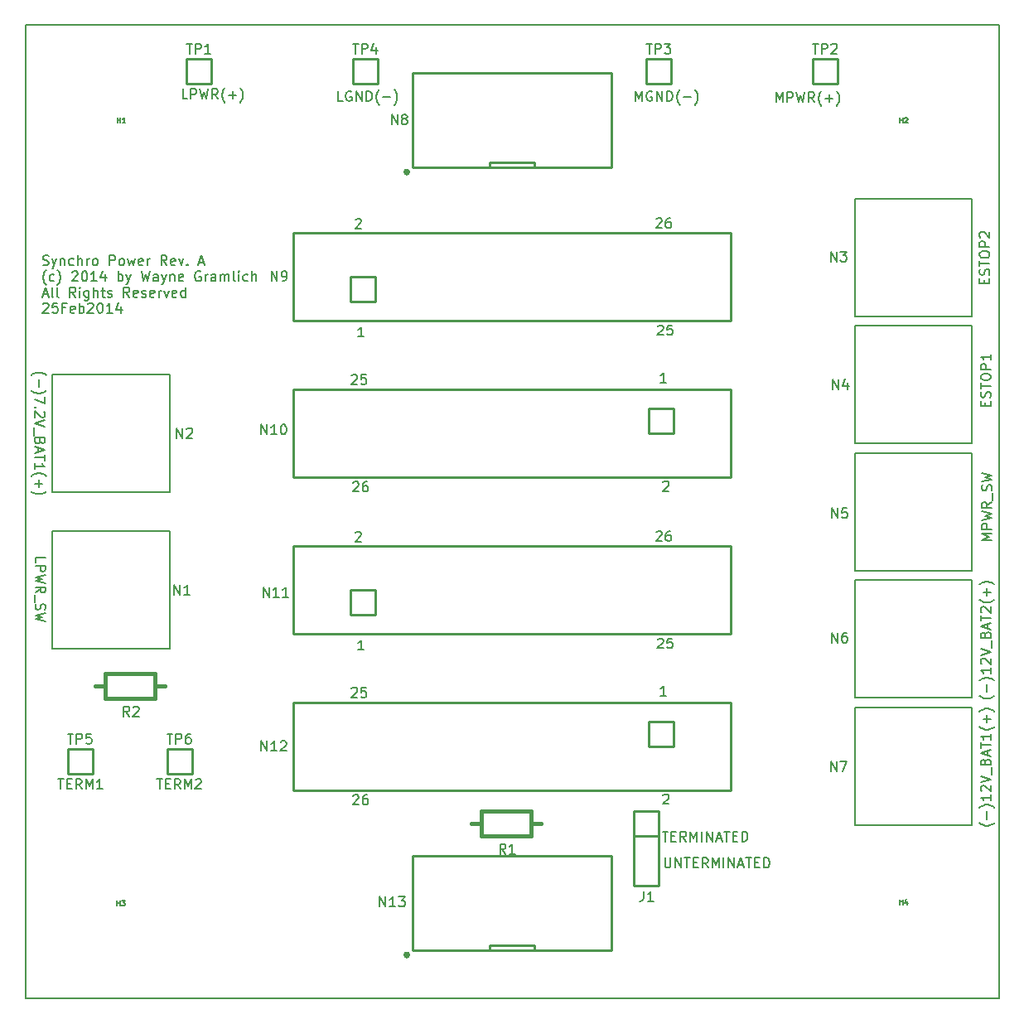
<source format=gto>
%FSLAX34Y34*%
G04 Gerber Fmt 3.4, Leading zero omitted, Abs format*
G04 (created by PCBNEW (2014-02-21 BZR 4712)-product) date Tue 25 Feb 2014 10:03:02 PM PST*
%MOIN*%
G01*
G70*
G90*
G04 APERTURE LIST*
%ADD10C,0.005906*%
%ADD11C,0.008000*%
%ADD12C,0.007874*%
%ADD13C,0.010000*%
%ADD14C,0.015000*%
%ADD15C,0.005000*%
G04 APERTURE END LIST*
G54D10*
G54D11*
X25066Y-50119D02*
X25294Y-50119D01*
X25180Y-50519D02*
X25180Y-50119D01*
X25427Y-50310D02*
X25561Y-50310D01*
X25618Y-50519D02*
X25427Y-50519D01*
X25427Y-50119D01*
X25618Y-50119D01*
X26018Y-50519D02*
X25885Y-50329D01*
X25789Y-50519D02*
X25789Y-50119D01*
X25942Y-50119D01*
X25980Y-50138D01*
X25999Y-50157D01*
X26018Y-50195D01*
X26018Y-50252D01*
X25999Y-50290D01*
X25980Y-50310D01*
X25942Y-50329D01*
X25789Y-50329D01*
X26189Y-50519D02*
X26189Y-50119D01*
X26323Y-50405D01*
X26456Y-50119D01*
X26456Y-50519D01*
X26627Y-50157D02*
X26646Y-50138D01*
X26685Y-50119D01*
X26780Y-50119D01*
X26818Y-50138D01*
X26837Y-50157D01*
X26856Y-50195D01*
X26856Y-50233D01*
X26837Y-50290D01*
X26608Y-50519D01*
X26856Y-50519D01*
X21097Y-50119D02*
X21326Y-50119D01*
X21211Y-50519D02*
X21211Y-50119D01*
X21459Y-50310D02*
X21592Y-50310D01*
X21649Y-50519D02*
X21459Y-50519D01*
X21459Y-50119D01*
X21649Y-50119D01*
X22049Y-50519D02*
X21916Y-50329D01*
X21821Y-50519D02*
X21821Y-50119D01*
X21973Y-50119D01*
X22011Y-50138D01*
X22030Y-50157D01*
X22049Y-50195D01*
X22049Y-50252D01*
X22030Y-50290D01*
X22011Y-50310D01*
X21973Y-50329D01*
X21821Y-50329D01*
X22221Y-50519D02*
X22221Y-50119D01*
X22354Y-50405D01*
X22488Y-50119D01*
X22488Y-50519D01*
X22888Y-50519D02*
X22659Y-50519D01*
X22773Y-50519D02*
X22773Y-50119D01*
X22735Y-50176D01*
X22697Y-50214D01*
X22659Y-50233D01*
X20485Y-29430D02*
X20542Y-29449D01*
X20638Y-29449D01*
X20676Y-29430D01*
X20695Y-29411D01*
X20714Y-29373D01*
X20714Y-29335D01*
X20695Y-29296D01*
X20676Y-29277D01*
X20638Y-29258D01*
X20561Y-29239D01*
X20523Y-29220D01*
X20504Y-29201D01*
X20485Y-29163D01*
X20485Y-29125D01*
X20504Y-29087D01*
X20523Y-29068D01*
X20561Y-29049D01*
X20657Y-29049D01*
X20714Y-29068D01*
X20847Y-29182D02*
X20942Y-29449D01*
X21038Y-29182D02*
X20942Y-29449D01*
X20904Y-29544D01*
X20885Y-29563D01*
X20847Y-29582D01*
X21190Y-29182D02*
X21190Y-29449D01*
X21190Y-29220D02*
X21209Y-29201D01*
X21247Y-29182D01*
X21304Y-29182D01*
X21342Y-29201D01*
X21361Y-29239D01*
X21361Y-29449D01*
X21723Y-29430D02*
X21685Y-29449D01*
X21609Y-29449D01*
X21571Y-29430D01*
X21552Y-29411D01*
X21533Y-29373D01*
X21533Y-29258D01*
X21552Y-29220D01*
X21571Y-29201D01*
X21609Y-29182D01*
X21685Y-29182D01*
X21723Y-29201D01*
X21895Y-29449D02*
X21895Y-29049D01*
X22066Y-29449D02*
X22066Y-29239D01*
X22047Y-29201D01*
X22009Y-29182D01*
X21952Y-29182D01*
X21914Y-29201D01*
X21895Y-29220D01*
X22257Y-29449D02*
X22257Y-29182D01*
X22257Y-29258D02*
X22276Y-29220D01*
X22295Y-29201D01*
X22333Y-29182D01*
X22371Y-29182D01*
X22561Y-29449D02*
X22523Y-29430D01*
X22504Y-29411D01*
X22485Y-29373D01*
X22485Y-29258D01*
X22504Y-29220D01*
X22523Y-29201D01*
X22561Y-29182D01*
X22618Y-29182D01*
X22657Y-29201D01*
X22676Y-29220D01*
X22695Y-29258D01*
X22695Y-29373D01*
X22676Y-29411D01*
X22657Y-29430D01*
X22618Y-29449D01*
X22561Y-29449D01*
X23171Y-29449D02*
X23171Y-29049D01*
X23323Y-29049D01*
X23361Y-29068D01*
X23380Y-29087D01*
X23399Y-29125D01*
X23399Y-29182D01*
X23380Y-29220D01*
X23361Y-29239D01*
X23323Y-29258D01*
X23171Y-29258D01*
X23628Y-29449D02*
X23590Y-29430D01*
X23571Y-29411D01*
X23552Y-29373D01*
X23552Y-29258D01*
X23571Y-29220D01*
X23590Y-29201D01*
X23628Y-29182D01*
X23685Y-29182D01*
X23723Y-29201D01*
X23742Y-29220D01*
X23761Y-29258D01*
X23761Y-29373D01*
X23742Y-29411D01*
X23723Y-29430D01*
X23685Y-29449D01*
X23628Y-29449D01*
X23895Y-29182D02*
X23971Y-29449D01*
X24047Y-29258D01*
X24123Y-29449D01*
X24199Y-29182D01*
X24504Y-29430D02*
X24466Y-29449D01*
X24390Y-29449D01*
X24352Y-29430D01*
X24333Y-29392D01*
X24333Y-29239D01*
X24352Y-29201D01*
X24390Y-29182D01*
X24466Y-29182D01*
X24504Y-29201D01*
X24523Y-29239D01*
X24523Y-29277D01*
X24333Y-29315D01*
X24695Y-29449D02*
X24695Y-29182D01*
X24695Y-29258D02*
X24714Y-29220D01*
X24733Y-29201D01*
X24771Y-29182D01*
X24809Y-29182D01*
X25476Y-29449D02*
X25342Y-29258D01*
X25247Y-29449D02*
X25247Y-29049D01*
X25399Y-29049D01*
X25438Y-29068D01*
X25457Y-29087D01*
X25476Y-29125D01*
X25476Y-29182D01*
X25457Y-29220D01*
X25438Y-29239D01*
X25399Y-29258D01*
X25247Y-29258D01*
X25799Y-29430D02*
X25761Y-29449D01*
X25685Y-29449D01*
X25647Y-29430D01*
X25628Y-29392D01*
X25628Y-29239D01*
X25647Y-29201D01*
X25685Y-29182D01*
X25761Y-29182D01*
X25799Y-29201D01*
X25818Y-29239D01*
X25818Y-29277D01*
X25628Y-29315D01*
X25952Y-29182D02*
X26047Y-29449D01*
X26142Y-29182D01*
X26295Y-29411D02*
X26314Y-29430D01*
X26295Y-29449D01*
X26276Y-29430D01*
X26295Y-29411D01*
X26295Y-29449D01*
X26771Y-29335D02*
X26961Y-29335D01*
X26733Y-29449D02*
X26866Y-29049D01*
X26999Y-29449D01*
X20618Y-30241D02*
X20599Y-30222D01*
X20561Y-30165D01*
X20542Y-30127D01*
X20523Y-30070D01*
X20504Y-29975D01*
X20504Y-29898D01*
X20523Y-29803D01*
X20542Y-29746D01*
X20561Y-29708D01*
X20599Y-29651D01*
X20618Y-29632D01*
X20942Y-30070D02*
X20904Y-30089D01*
X20828Y-30089D01*
X20790Y-30070D01*
X20771Y-30051D01*
X20752Y-30013D01*
X20752Y-29898D01*
X20771Y-29860D01*
X20790Y-29841D01*
X20828Y-29822D01*
X20904Y-29822D01*
X20942Y-29841D01*
X21076Y-30241D02*
X21095Y-30222D01*
X21133Y-30165D01*
X21152Y-30127D01*
X21171Y-30070D01*
X21190Y-29975D01*
X21190Y-29898D01*
X21171Y-29803D01*
X21152Y-29746D01*
X21133Y-29708D01*
X21095Y-29651D01*
X21076Y-29632D01*
X21666Y-29727D02*
X21685Y-29708D01*
X21723Y-29689D01*
X21818Y-29689D01*
X21857Y-29708D01*
X21876Y-29727D01*
X21895Y-29765D01*
X21895Y-29803D01*
X21876Y-29860D01*
X21647Y-30089D01*
X21895Y-30089D01*
X22142Y-29689D02*
X22180Y-29689D01*
X22218Y-29708D01*
X22238Y-29727D01*
X22257Y-29765D01*
X22276Y-29841D01*
X22276Y-29936D01*
X22257Y-30013D01*
X22238Y-30051D01*
X22218Y-30070D01*
X22180Y-30089D01*
X22142Y-30089D01*
X22104Y-30070D01*
X22085Y-30051D01*
X22066Y-30013D01*
X22047Y-29936D01*
X22047Y-29841D01*
X22066Y-29765D01*
X22085Y-29727D01*
X22104Y-29708D01*
X22142Y-29689D01*
X22657Y-30089D02*
X22428Y-30089D01*
X22542Y-30089D02*
X22542Y-29689D01*
X22504Y-29746D01*
X22466Y-29784D01*
X22428Y-29803D01*
X22999Y-29822D02*
X22999Y-30089D01*
X22904Y-29670D02*
X22809Y-29955D01*
X23057Y-29955D01*
X23514Y-30089D02*
X23514Y-29689D01*
X23514Y-29841D02*
X23552Y-29822D01*
X23628Y-29822D01*
X23666Y-29841D01*
X23685Y-29860D01*
X23704Y-29898D01*
X23704Y-30013D01*
X23685Y-30051D01*
X23666Y-30070D01*
X23628Y-30089D01*
X23552Y-30089D01*
X23514Y-30070D01*
X23838Y-29822D02*
X23933Y-30089D01*
X24028Y-29822D02*
X23933Y-30089D01*
X23895Y-30184D01*
X23876Y-30203D01*
X23838Y-30222D01*
X24447Y-29689D02*
X24542Y-30089D01*
X24618Y-29803D01*
X24695Y-30089D01*
X24790Y-29689D01*
X25114Y-30089D02*
X25114Y-29879D01*
X25095Y-29841D01*
X25057Y-29822D01*
X24980Y-29822D01*
X24942Y-29841D01*
X25114Y-30070D02*
X25076Y-30089D01*
X24980Y-30089D01*
X24942Y-30070D01*
X24923Y-30032D01*
X24923Y-29994D01*
X24942Y-29955D01*
X24980Y-29936D01*
X25076Y-29936D01*
X25114Y-29917D01*
X25266Y-29822D02*
X25361Y-30089D01*
X25457Y-29822D02*
X25361Y-30089D01*
X25323Y-30184D01*
X25304Y-30203D01*
X25266Y-30222D01*
X25609Y-29822D02*
X25609Y-30089D01*
X25609Y-29860D02*
X25628Y-29841D01*
X25666Y-29822D01*
X25723Y-29822D01*
X25761Y-29841D01*
X25780Y-29879D01*
X25780Y-30089D01*
X26123Y-30070D02*
X26085Y-30089D01*
X26009Y-30089D01*
X25971Y-30070D01*
X25952Y-30032D01*
X25952Y-29879D01*
X25971Y-29841D01*
X26009Y-29822D01*
X26085Y-29822D01*
X26123Y-29841D01*
X26142Y-29879D01*
X26142Y-29917D01*
X25952Y-29955D01*
X26828Y-29708D02*
X26790Y-29689D01*
X26733Y-29689D01*
X26676Y-29708D01*
X26638Y-29746D01*
X26618Y-29784D01*
X26599Y-29860D01*
X26599Y-29917D01*
X26618Y-29994D01*
X26638Y-30032D01*
X26676Y-30070D01*
X26733Y-30089D01*
X26771Y-30089D01*
X26828Y-30070D01*
X26847Y-30051D01*
X26847Y-29917D01*
X26771Y-29917D01*
X27018Y-30089D02*
X27018Y-29822D01*
X27018Y-29898D02*
X27038Y-29860D01*
X27057Y-29841D01*
X27095Y-29822D01*
X27133Y-29822D01*
X27438Y-30089D02*
X27438Y-29879D01*
X27418Y-29841D01*
X27380Y-29822D01*
X27304Y-29822D01*
X27266Y-29841D01*
X27438Y-30070D02*
X27399Y-30089D01*
X27304Y-30089D01*
X27266Y-30070D01*
X27247Y-30032D01*
X27247Y-29994D01*
X27266Y-29955D01*
X27304Y-29936D01*
X27399Y-29936D01*
X27438Y-29917D01*
X27628Y-30089D02*
X27628Y-29822D01*
X27628Y-29860D02*
X27647Y-29841D01*
X27685Y-29822D01*
X27742Y-29822D01*
X27780Y-29841D01*
X27799Y-29879D01*
X27799Y-30089D01*
X27799Y-29879D02*
X27818Y-29841D01*
X27857Y-29822D01*
X27914Y-29822D01*
X27952Y-29841D01*
X27971Y-29879D01*
X27971Y-30089D01*
X28218Y-30089D02*
X28180Y-30070D01*
X28161Y-30032D01*
X28161Y-29689D01*
X28371Y-30089D02*
X28371Y-29822D01*
X28371Y-29689D02*
X28352Y-29708D01*
X28371Y-29727D01*
X28390Y-29708D01*
X28371Y-29689D01*
X28371Y-29727D01*
X28733Y-30070D02*
X28695Y-30089D01*
X28618Y-30089D01*
X28580Y-30070D01*
X28561Y-30051D01*
X28542Y-30013D01*
X28542Y-29898D01*
X28561Y-29860D01*
X28580Y-29841D01*
X28618Y-29822D01*
X28695Y-29822D01*
X28733Y-29841D01*
X28904Y-30089D02*
X28904Y-29689D01*
X29076Y-30089D02*
X29076Y-29879D01*
X29057Y-29841D01*
X29018Y-29822D01*
X28961Y-29822D01*
X28923Y-29841D01*
X28904Y-29860D01*
X20485Y-30615D02*
X20676Y-30615D01*
X20447Y-30729D02*
X20580Y-30329D01*
X20714Y-30729D01*
X20904Y-30729D02*
X20866Y-30710D01*
X20847Y-30672D01*
X20847Y-30329D01*
X21114Y-30729D02*
X21076Y-30710D01*
X21057Y-30672D01*
X21057Y-30329D01*
X21799Y-30729D02*
X21666Y-30538D01*
X21571Y-30729D02*
X21571Y-30329D01*
X21723Y-30329D01*
X21761Y-30348D01*
X21780Y-30367D01*
X21799Y-30405D01*
X21799Y-30462D01*
X21780Y-30500D01*
X21761Y-30519D01*
X21723Y-30538D01*
X21571Y-30538D01*
X21971Y-30729D02*
X21971Y-30462D01*
X21971Y-30329D02*
X21952Y-30348D01*
X21971Y-30367D01*
X21990Y-30348D01*
X21971Y-30329D01*
X21971Y-30367D01*
X22333Y-30462D02*
X22333Y-30786D01*
X22314Y-30824D01*
X22295Y-30843D01*
X22257Y-30862D01*
X22199Y-30862D01*
X22161Y-30843D01*
X22333Y-30710D02*
X22295Y-30729D01*
X22218Y-30729D01*
X22180Y-30710D01*
X22161Y-30691D01*
X22142Y-30653D01*
X22142Y-30538D01*
X22161Y-30500D01*
X22180Y-30481D01*
X22218Y-30462D01*
X22295Y-30462D01*
X22333Y-30481D01*
X22523Y-30729D02*
X22523Y-30329D01*
X22695Y-30729D02*
X22695Y-30519D01*
X22676Y-30481D01*
X22638Y-30462D01*
X22580Y-30462D01*
X22542Y-30481D01*
X22523Y-30500D01*
X22828Y-30462D02*
X22980Y-30462D01*
X22885Y-30329D02*
X22885Y-30672D01*
X22904Y-30710D01*
X22942Y-30729D01*
X22980Y-30729D01*
X23095Y-30710D02*
X23133Y-30729D01*
X23209Y-30729D01*
X23247Y-30710D01*
X23266Y-30672D01*
X23266Y-30653D01*
X23247Y-30615D01*
X23209Y-30595D01*
X23152Y-30595D01*
X23114Y-30576D01*
X23095Y-30538D01*
X23095Y-30519D01*
X23114Y-30481D01*
X23152Y-30462D01*
X23209Y-30462D01*
X23247Y-30481D01*
X23971Y-30729D02*
X23838Y-30538D01*
X23742Y-30729D02*
X23742Y-30329D01*
X23895Y-30329D01*
X23933Y-30348D01*
X23952Y-30367D01*
X23971Y-30405D01*
X23971Y-30462D01*
X23952Y-30500D01*
X23933Y-30519D01*
X23895Y-30538D01*
X23742Y-30538D01*
X24295Y-30710D02*
X24257Y-30729D01*
X24180Y-30729D01*
X24142Y-30710D01*
X24123Y-30672D01*
X24123Y-30519D01*
X24142Y-30481D01*
X24180Y-30462D01*
X24257Y-30462D01*
X24295Y-30481D01*
X24314Y-30519D01*
X24314Y-30557D01*
X24123Y-30595D01*
X24466Y-30710D02*
X24504Y-30729D01*
X24580Y-30729D01*
X24618Y-30710D01*
X24638Y-30672D01*
X24638Y-30653D01*
X24618Y-30615D01*
X24580Y-30595D01*
X24523Y-30595D01*
X24485Y-30576D01*
X24466Y-30538D01*
X24466Y-30519D01*
X24485Y-30481D01*
X24523Y-30462D01*
X24580Y-30462D01*
X24618Y-30481D01*
X24961Y-30710D02*
X24923Y-30729D01*
X24847Y-30729D01*
X24809Y-30710D01*
X24790Y-30672D01*
X24790Y-30519D01*
X24809Y-30481D01*
X24847Y-30462D01*
X24923Y-30462D01*
X24961Y-30481D01*
X24980Y-30519D01*
X24980Y-30557D01*
X24790Y-30595D01*
X25152Y-30729D02*
X25152Y-30462D01*
X25152Y-30538D02*
X25171Y-30500D01*
X25190Y-30481D01*
X25228Y-30462D01*
X25266Y-30462D01*
X25361Y-30462D02*
X25457Y-30729D01*
X25552Y-30462D01*
X25857Y-30710D02*
X25818Y-30729D01*
X25742Y-30729D01*
X25704Y-30710D01*
X25685Y-30672D01*
X25685Y-30519D01*
X25704Y-30481D01*
X25742Y-30462D01*
X25818Y-30462D01*
X25857Y-30481D01*
X25876Y-30519D01*
X25876Y-30557D01*
X25685Y-30595D01*
X26218Y-30729D02*
X26218Y-30329D01*
X26218Y-30710D02*
X26180Y-30729D01*
X26104Y-30729D01*
X26066Y-30710D01*
X26047Y-30691D01*
X26028Y-30653D01*
X26028Y-30538D01*
X26047Y-30500D01*
X26066Y-30481D01*
X26104Y-30462D01*
X26180Y-30462D01*
X26218Y-30481D01*
X20485Y-31007D02*
X20504Y-30988D01*
X20542Y-30969D01*
X20638Y-30969D01*
X20676Y-30988D01*
X20695Y-31007D01*
X20714Y-31045D01*
X20714Y-31083D01*
X20695Y-31140D01*
X20466Y-31369D01*
X20714Y-31369D01*
X21076Y-30969D02*
X20885Y-30969D01*
X20866Y-31159D01*
X20885Y-31140D01*
X20923Y-31121D01*
X21018Y-31121D01*
X21057Y-31140D01*
X21076Y-31159D01*
X21095Y-31197D01*
X21095Y-31293D01*
X21076Y-31331D01*
X21057Y-31350D01*
X21018Y-31369D01*
X20923Y-31369D01*
X20885Y-31350D01*
X20866Y-31331D01*
X21399Y-31159D02*
X21266Y-31159D01*
X21266Y-31369D02*
X21266Y-30969D01*
X21457Y-30969D01*
X21761Y-31350D02*
X21723Y-31369D01*
X21647Y-31369D01*
X21609Y-31350D01*
X21590Y-31312D01*
X21590Y-31159D01*
X21609Y-31121D01*
X21647Y-31102D01*
X21723Y-31102D01*
X21761Y-31121D01*
X21780Y-31159D01*
X21780Y-31197D01*
X21590Y-31235D01*
X21952Y-31369D02*
X21952Y-30969D01*
X21952Y-31121D02*
X21990Y-31102D01*
X22066Y-31102D01*
X22104Y-31121D01*
X22123Y-31140D01*
X22142Y-31178D01*
X22142Y-31293D01*
X22123Y-31331D01*
X22104Y-31350D01*
X22066Y-31369D01*
X21990Y-31369D01*
X21952Y-31350D01*
X22295Y-31007D02*
X22314Y-30988D01*
X22352Y-30969D01*
X22447Y-30969D01*
X22485Y-30988D01*
X22504Y-31007D01*
X22523Y-31045D01*
X22523Y-31083D01*
X22504Y-31140D01*
X22276Y-31369D01*
X22523Y-31369D01*
X22771Y-30969D02*
X22809Y-30969D01*
X22847Y-30988D01*
X22866Y-31007D01*
X22885Y-31045D01*
X22904Y-31121D01*
X22904Y-31216D01*
X22885Y-31293D01*
X22866Y-31331D01*
X22847Y-31350D01*
X22809Y-31369D01*
X22771Y-31369D01*
X22733Y-31350D01*
X22714Y-31331D01*
X22695Y-31293D01*
X22676Y-31216D01*
X22676Y-31121D01*
X22695Y-31045D01*
X22714Y-31007D01*
X22733Y-30988D01*
X22771Y-30969D01*
X23285Y-31369D02*
X23057Y-31369D01*
X23171Y-31369D02*
X23171Y-30969D01*
X23133Y-31026D01*
X23095Y-31064D01*
X23057Y-31083D01*
X23628Y-31102D02*
X23628Y-31369D01*
X23533Y-30950D02*
X23438Y-31235D01*
X23685Y-31235D01*
X20189Y-41404D02*
X20189Y-41213D01*
X20589Y-41213D01*
X20189Y-41537D02*
X20589Y-41537D01*
X20589Y-41689D01*
X20570Y-41727D01*
X20551Y-41746D01*
X20512Y-41766D01*
X20455Y-41766D01*
X20417Y-41746D01*
X20398Y-41727D01*
X20379Y-41689D01*
X20379Y-41537D01*
X20589Y-41899D02*
X20189Y-41994D01*
X20474Y-42070D01*
X20189Y-42146D01*
X20589Y-42242D01*
X20189Y-42623D02*
X20379Y-42489D01*
X20189Y-42394D02*
X20589Y-42394D01*
X20589Y-42546D01*
X20570Y-42585D01*
X20551Y-42604D01*
X20512Y-42623D01*
X20455Y-42623D01*
X20417Y-42604D01*
X20398Y-42585D01*
X20379Y-42546D01*
X20379Y-42394D01*
X20151Y-42699D02*
X20151Y-43004D01*
X20208Y-43080D02*
X20189Y-43137D01*
X20189Y-43232D01*
X20208Y-43270D01*
X20227Y-43289D01*
X20265Y-43308D01*
X20303Y-43308D01*
X20341Y-43289D01*
X20360Y-43270D01*
X20379Y-43232D01*
X20398Y-43156D01*
X20417Y-43118D01*
X20436Y-43099D01*
X20474Y-43080D01*
X20512Y-43080D01*
X20551Y-43099D01*
X20570Y-43118D01*
X20589Y-43156D01*
X20589Y-43251D01*
X20570Y-43308D01*
X20589Y-43442D02*
X20189Y-43537D01*
X20474Y-43613D01*
X20189Y-43689D01*
X20589Y-43785D01*
X20017Y-33879D02*
X20036Y-33860D01*
X20093Y-33822D01*
X20131Y-33803D01*
X20188Y-33784D01*
X20283Y-33764D01*
X20359Y-33764D01*
X20455Y-33784D01*
X20512Y-33803D01*
X20550Y-33822D01*
X20607Y-33860D01*
X20626Y-33879D01*
X20321Y-34031D02*
X20321Y-34336D01*
X20017Y-34488D02*
X20036Y-34507D01*
X20093Y-34545D01*
X20131Y-34564D01*
X20188Y-34584D01*
X20283Y-34603D01*
X20359Y-34603D01*
X20455Y-34584D01*
X20512Y-34564D01*
X20550Y-34545D01*
X20607Y-34507D01*
X20626Y-34488D01*
X20569Y-34755D02*
X20569Y-35022D01*
X20169Y-34850D01*
X20207Y-35174D02*
X20188Y-35193D01*
X20169Y-35174D01*
X20188Y-35155D01*
X20207Y-35174D01*
X20169Y-35174D01*
X20531Y-35345D02*
X20550Y-35364D01*
X20569Y-35403D01*
X20569Y-35498D01*
X20550Y-35536D01*
X20531Y-35555D01*
X20493Y-35574D01*
X20455Y-35574D01*
X20398Y-35555D01*
X20169Y-35326D01*
X20169Y-35574D01*
X20569Y-35688D02*
X20169Y-35822D01*
X20569Y-35955D01*
X20131Y-35993D02*
X20131Y-36298D01*
X20378Y-36526D02*
X20359Y-36584D01*
X20340Y-36603D01*
X20302Y-36622D01*
X20245Y-36622D01*
X20207Y-36603D01*
X20188Y-36584D01*
X20169Y-36545D01*
X20169Y-36393D01*
X20569Y-36393D01*
X20569Y-36526D01*
X20550Y-36564D01*
X20531Y-36584D01*
X20493Y-36603D01*
X20455Y-36603D01*
X20417Y-36584D01*
X20398Y-36564D01*
X20378Y-36526D01*
X20378Y-36393D01*
X20283Y-36774D02*
X20283Y-36964D01*
X20169Y-36736D02*
X20569Y-36869D01*
X20169Y-37003D01*
X20569Y-37079D02*
X20569Y-37307D01*
X20169Y-37193D02*
X20569Y-37193D01*
X20169Y-37650D02*
X20169Y-37422D01*
X20169Y-37536D02*
X20569Y-37536D01*
X20512Y-37498D01*
X20474Y-37460D01*
X20455Y-37422D01*
X20017Y-37936D02*
X20036Y-37917D01*
X20093Y-37879D01*
X20131Y-37860D01*
X20188Y-37841D01*
X20283Y-37822D01*
X20359Y-37822D01*
X20455Y-37841D01*
X20512Y-37860D01*
X20550Y-37879D01*
X20607Y-37917D01*
X20626Y-37936D01*
X20321Y-38088D02*
X20321Y-38393D01*
X20169Y-38241D02*
X20474Y-38241D01*
X20017Y-38545D02*
X20036Y-38564D01*
X20093Y-38603D01*
X20131Y-38622D01*
X20188Y-38641D01*
X20283Y-38660D01*
X20359Y-38660D01*
X20455Y-38641D01*
X20512Y-38622D01*
X20550Y-38603D01*
X20607Y-38564D01*
X20626Y-38545D01*
X58774Y-51879D02*
X58755Y-51898D01*
X58698Y-51936D01*
X58659Y-51956D01*
X58602Y-51975D01*
X58507Y-51994D01*
X58431Y-51994D01*
X58336Y-51975D01*
X58279Y-51956D01*
X58240Y-51936D01*
X58183Y-51898D01*
X58164Y-51879D01*
X58469Y-51727D02*
X58469Y-51422D01*
X58774Y-51270D02*
X58755Y-51251D01*
X58698Y-51213D01*
X58659Y-51194D01*
X58602Y-51175D01*
X58507Y-51156D01*
X58431Y-51156D01*
X58336Y-51175D01*
X58279Y-51194D01*
X58240Y-51213D01*
X58183Y-51251D01*
X58164Y-51270D01*
X58621Y-50756D02*
X58621Y-50984D01*
X58621Y-50870D02*
X58221Y-50870D01*
X58279Y-50908D01*
X58317Y-50946D01*
X58336Y-50984D01*
X58259Y-50603D02*
X58240Y-50584D01*
X58221Y-50546D01*
X58221Y-50451D01*
X58240Y-50413D01*
X58259Y-50394D01*
X58298Y-50375D01*
X58336Y-50375D01*
X58393Y-50394D01*
X58621Y-50622D01*
X58621Y-50375D01*
X58221Y-50260D02*
X58621Y-50127D01*
X58221Y-49994D01*
X58659Y-49956D02*
X58659Y-49651D01*
X58412Y-49422D02*
X58431Y-49365D01*
X58450Y-49346D01*
X58488Y-49327D01*
X58545Y-49327D01*
X58583Y-49346D01*
X58602Y-49365D01*
X58621Y-49403D01*
X58621Y-49556D01*
X58221Y-49556D01*
X58221Y-49422D01*
X58240Y-49384D01*
X58259Y-49365D01*
X58298Y-49346D01*
X58336Y-49346D01*
X58374Y-49365D01*
X58393Y-49384D01*
X58412Y-49422D01*
X58412Y-49556D01*
X58507Y-49175D02*
X58507Y-48984D01*
X58621Y-49213D02*
X58221Y-49079D01*
X58621Y-48946D01*
X58221Y-48870D02*
X58221Y-48641D01*
X58621Y-48756D02*
X58221Y-48756D01*
X58621Y-48298D02*
X58621Y-48527D01*
X58621Y-48413D02*
X58221Y-48413D01*
X58279Y-48451D01*
X58317Y-48489D01*
X58336Y-48527D01*
X58774Y-48013D02*
X58755Y-48032D01*
X58698Y-48070D01*
X58659Y-48089D01*
X58602Y-48108D01*
X58507Y-48127D01*
X58431Y-48127D01*
X58336Y-48108D01*
X58279Y-48089D01*
X58240Y-48070D01*
X58183Y-48032D01*
X58164Y-48013D01*
X58469Y-47860D02*
X58469Y-47556D01*
X58621Y-47708D02*
X58317Y-47708D01*
X58774Y-47403D02*
X58755Y-47384D01*
X58698Y-47346D01*
X58659Y-47327D01*
X58602Y-47308D01*
X58507Y-47289D01*
X58431Y-47289D01*
X58336Y-47308D01*
X58279Y-47327D01*
X58240Y-47346D01*
X58183Y-47384D01*
X58164Y-47403D01*
X58774Y-46769D02*
X58755Y-46788D01*
X58698Y-46826D01*
X58659Y-46845D01*
X58602Y-46864D01*
X58507Y-46883D01*
X58431Y-46883D01*
X58336Y-46864D01*
X58279Y-46845D01*
X58240Y-46826D01*
X58183Y-46788D01*
X58164Y-46769D01*
X58469Y-46617D02*
X58469Y-46312D01*
X58774Y-46160D02*
X58755Y-46141D01*
X58698Y-46102D01*
X58659Y-46083D01*
X58602Y-46064D01*
X58507Y-46045D01*
X58431Y-46045D01*
X58336Y-46064D01*
X58279Y-46083D01*
X58240Y-46102D01*
X58183Y-46141D01*
X58164Y-46160D01*
X58621Y-45645D02*
X58621Y-45874D01*
X58621Y-45760D02*
X58221Y-45760D01*
X58279Y-45798D01*
X58317Y-45836D01*
X58336Y-45874D01*
X58259Y-45493D02*
X58240Y-45474D01*
X58221Y-45436D01*
X58221Y-45341D01*
X58240Y-45302D01*
X58259Y-45283D01*
X58298Y-45264D01*
X58336Y-45264D01*
X58393Y-45283D01*
X58621Y-45512D01*
X58621Y-45264D01*
X58221Y-45150D02*
X58621Y-45017D01*
X58221Y-44883D01*
X58659Y-44845D02*
X58659Y-44541D01*
X58412Y-44312D02*
X58431Y-44255D01*
X58450Y-44236D01*
X58488Y-44217D01*
X58545Y-44217D01*
X58583Y-44236D01*
X58602Y-44255D01*
X58621Y-44293D01*
X58621Y-44445D01*
X58221Y-44445D01*
X58221Y-44312D01*
X58240Y-44274D01*
X58259Y-44255D01*
X58298Y-44236D01*
X58336Y-44236D01*
X58374Y-44255D01*
X58393Y-44274D01*
X58412Y-44312D01*
X58412Y-44445D01*
X58507Y-44064D02*
X58507Y-43874D01*
X58621Y-44102D02*
X58221Y-43969D01*
X58621Y-43836D01*
X58221Y-43760D02*
X58221Y-43531D01*
X58621Y-43645D02*
X58221Y-43645D01*
X58259Y-43417D02*
X58240Y-43398D01*
X58221Y-43360D01*
X58221Y-43264D01*
X58240Y-43226D01*
X58259Y-43207D01*
X58298Y-43188D01*
X58336Y-43188D01*
X58393Y-43207D01*
X58621Y-43436D01*
X58621Y-43188D01*
X58774Y-42902D02*
X58755Y-42921D01*
X58698Y-42960D01*
X58659Y-42979D01*
X58602Y-42998D01*
X58507Y-43017D01*
X58431Y-43017D01*
X58336Y-42998D01*
X58279Y-42979D01*
X58240Y-42960D01*
X58183Y-42921D01*
X58164Y-42902D01*
X58469Y-42750D02*
X58469Y-42445D01*
X58621Y-42598D02*
X58317Y-42598D01*
X58774Y-42293D02*
X58755Y-42274D01*
X58698Y-42236D01*
X58659Y-42217D01*
X58602Y-42198D01*
X58507Y-42179D01*
X58431Y-42179D01*
X58336Y-42198D01*
X58279Y-42217D01*
X58240Y-42236D01*
X58183Y-42274D01*
X58164Y-42293D01*
X58665Y-40522D02*
X58265Y-40522D01*
X58550Y-40388D01*
X58265Y-40255D01*
X58665Y-40255D01*
X58665Y-40065D02*
X58265Y-40065D01*
X58265Y-39912D01*
X58284Y-39874D01*
X58303Y-39855D01*
X58341Y-39836D01*
X58398Y-39836D01*
X58436Y-39855D01*
X58455Y-39874D01*
X58474Y-39912D01*
X58474Y-40065D01*
X58265Y-39703D02*
X58665Y-39608D01*
X58379Y-39531D01*
X58665Y-39455D01*
X58265Y-39360D01*
X58665Y-38979D02*
X58474Y-39112D01*
X58665Y-39208D02*
X58265Y-39208D01*
X58265Y-39055D01*
X58284Y-39017D01*
X58303Y-38998D01*
X58341Y-38979D01*
X58398Y-38979D01*
X58436Y-38998D01*
X58455Y-39017D01*
X58474Y-39055D01*
X58474Y-39208D01*
X58703Y-38903D02*
X58703Y-38598D01*
X58646Y-38522D02*
X58665Y-38465D01*
X58665Y-38369D01*
X58646Y-38331D01*
X58627Y-38312D01*
X58589Y-38293D01*
X58550Y-38293D01*
X58512Y-38312D01*
X58493Y-38331D01*
X58474Y-38369D01*
X58455Y-38446D01*
X58436Y-38484D01*
X58417Y-38503D01*
X58379Y-38522D01*
X58341Y-38522D01*
X58303Y-38503D01*
X58284Y-38484D01*
X58265Y-38446D01*
X58265Y-38350D01*
X58284Y-38293D01*
X58265Y-38160D02*
X58665Y-38065D01*
X58379Y-37988D01*
X58665Y-37912D01*
X58265Y-37817D01*
X58412Y-35107D02*
X58412Y-34973D01*
X58621Y-34916D02*
X58621Y-35107D01*
X58221Y-35107D01*
X58221Y-34916D01*
X58602Y-34764D02*
X58621Y-34707D01*
X58621Y-34612D01*
X58602Y-34573D01*
X58583Y-34554D01*
X58545Y-34535D01*
X58507Y-34535D01*
X58469Y-34554D01*
X58450Y-34573D01*
X58431Y-34612D01*
X58412Y-34688D01*
X58393Y-34726D01*
X58374Y-34745D01*
X58336Y-34764D01*
X58298Y-34764D01*
X58259Y-34745D01*
X58240Y-34726D01*
X58221Y-34688D01*
X58221Y-34593D01*
X58240Y-34535D01*
X58221Y-34421D02*
X58221Y-34193D01*
X58621Y-34307D02*
X58221Y-34307D01*
X58221Y-33983D02*
X58221Y-33907D01*
X58240Y-33869D01*
X58279Y-33831D01*
X58355Y-33812D01*
X58488Y-33812D01*
X58564Y-33831D01*
X58602Y-33869D01*
X58621Y-33907D01*
X58621Y-33983D01*
X58602Y-34021D01*
X58564Y-34059D01*
X58488Y-34078D01*
X58355Y-34078D01*
X58279Y-34059D01*
X58240Y-34021D01*
X58221Y-33983D01*
X58621Y-33640D02*
X58221Y-33640D01*
X58221Y-33488D01*
X58240Y-33450D01*
X58259Y-33431D01*
X58298Y-33412D01*
X58355Y-33412D01*
X58393Y-33431D01*
X58412Y-33450D01*
X58431Y-33488D01*
X58431Y-33640D01*
X58621Y-33031D02*
X58621Y-33259D01*
X58621Y-33145D02*
X58221Y-33145D01*
X58279Y-33183D01*
X58317Y-33221D01*
X58336Y-33259D01*
X58365Y-30178D02*
X58365Y-30044D01*
X58574Y-29987D02*
X58574Y-30178D01*
X58174Y-30178D01*
X58174Y-29987D01*
X58555Y-29835D02*
X58574Y-29778D01*
X58574Y-29682D01*
X58555Y-29644D01*
X58536Y-29625D01*
X58498Y-29606D01*
X58460Y-29606D01*
X58422Y-29625D01*
X58403Y-29644D01*
X58384Y-29682D01*
X58365Y-29759D01*
X58346Y-29797D01*
X58327Y-29816D01*
X58288Y-29835D01*
X58250Y-29835D01*
X58212Y-29816D01*
X58193Y-29797D01*
X58174Y-29759D01*
X58174Y-29663D01*
X58193Y-29606D01*
X58174Y-29492D02*
X58174Y-29263D01*
X58574Y-29378D02*
X58174Y-29378D01*
X58174Y-29054D02*
X58174Y-28978D01*
X58193Y-28940D01*
X58231Y-28901D01*
X58307Y-28882D01*
X58441Y-28882D01*
X58517Y-28901D01*
X58555Y-28940D01*
X58574Y-28978D01*
X58574Y-29054D01*
X58555Y-29092D01*
X58517Y-29130D01*
X58441Y-29149D01*
X58307Y-29149D01*
X58231Y-29130D01*
X58193Y-29092D01*
X58174Y-29054D01*
X58574Y-28711D02*
X58174Y-28711D01*
X58174Y-28559D01*
X58193Y-28521D01*
X58212Y-28501D01*
X58250Y-28482D01*
X58307Y-28482D01*
X58346Y-28501D01*
X58365Y-28521D01*
X58384Y-28559D01*
X58384Y-28711D01*
X58212Y-28330D02*
X58193Y-28311D01*
X58174Y-28273D01*
X58174Y-28178D01*
X58193Y-28140D01*
X58212Y-28121D01*
X58250Y-28101D01*
X58288Y-28101D01*
X58346Y-28121D01*
X58574Y-28349D01*
X58574Y-28101D01*
X26303Y-22751D02*
X26113Y-22751D01*
X26113Y-22351D01*
X26437Y-22751D02*
X26437Y-22351D01*
X26589Y-22351D01*
X26627Y-22370D01*
X26646Y-22389D01*
X26665Y-22428D01*
X26665Y-22485D01*
X26646Y-22523D01*
X26627Y-22542D01*
X26589Y-22561D01*
X26437Y-22561D01*
X26799Y-22351D02*
X26894Y-22751D01*
X26970Y-22466D01*
X27046Y-22751D01*
X27141Y-22351D01*
X27522Y-22751D02*
X27389Y-22561D01*
X27294Y-22751D02*
X27294Y-22351D01*
X27446Y-22351D01*
X27484Y-22370D01*
X27503Y-22389D01*
X27522Y-22428D01*
X27522Y-22485D01*
X27503Y-22523D01*
X27484Y-22542D01*
X27446Y-22561D01*
X27294Y-22561D01*
X27808Y-22904D02*
X27789Y-22885D01*
X27751Y-22828D01*
X27732Y-22789D01*
X27713Y-22732D01*
X27694Y-22637D01*
X27694Y-22561D01*
X27713Y-22466D01*
X27732Y-22408D01*
X27751Y-22370D01*
X27789Y-22313D01*
X27808Y-22294D01*
X27960Y-22599D02*
X28265Y-22599D01*
X28113Y-22751D02*
X28113Y-22447D01*
X28418Y-22904D02*
X28437Y-22885D01*
X28475Y-22828D01*
X28494Y-22789D01*
X28513Y-22732D01*
X28532Y-22637D01*
X28532Y-22561D01*
X28513Y-22466D01*
X28494Y-22408D01*
X28475Y-22370D01*
X28437Y-22313D01*
X28418Y-22294D01*
X32551Y-22842D02*
X32360Y-22842D01*
X32360Y-22442D01*
X32894Y-22461D02*
X32855Y-22442D01*
X32798Y-22442D01*
X32741Y-22461D01*
X32703Y-22499D01*
X32684Y-22537D01*
X32665Y-22613D01*
X32665Y-22670D01*
X32684Y-22747D01*
X32703Y-22785D01*
X32741Y-22823D01*
X32798Y-22842D01*
X32836Y-22842D01*
X32894Y-22823D01*
X32913Y-22804D01*
X32913Y-22670D01*
X32836Y-22670D01*
X33084Y-22842D02*
X33084Y-22442D01*
X33313Y-22842D01*
X33313Y-22442D01*
X33503Y-22842D02*
X33503Y-22442D01*
X33598Y-22442D01*
X33655Y-22461D01*
X33694Y-22499D01*
X33713Y-22537D01*
X33732Y-22613D01*
X33732Y-22670D01*
X33713Y-22747D01*
X33694Y-22785D01*
X33655Y-22823D01*
X33598Y-22842D01*
X33503Y-22842D01*
X34017Y-22994D02*
X33998Y-22975D01*
X33960Y-22918D01*
X33941Y-22880D01*
X33922Y-22823D01*
X33903Y-22728D01*
X33903Y-22651D01*
X33922Y-22556D01*
X33941Y-22499D01*
X33960Y-22461D01*
X33998Y-22404D01*
X34017Y-22385D01*
X34170Y-22689D02*
X34474Y-22689D01*
X34627Y-22994D02*
X34646Y-22975D01*
X34684Y-22918D01*
X34703Y-22880D01*
X34722Y-22823D01*
X34741Y-22728D01*
X34741Y-22651D01*
X34722Y-22556D01*
X34703Y-22499D01*
X34684Y-22461D01*
X34646Y-22404D01*
X34627Y-22385D01*
X49983Y-22885D02*
X49983Y-22485D01*
X50116Y-22771D01*
X50250Y-22485D01*
X50250Y-22885D01*
X50440Y-22885D02*
X50440Y-22485D01*
X50593Y-22485D01*
X50631Y-22504D01*
X50650Y-22523D01*
X50669Y-22561D01*
X50669Y-22619D01*
X50650Y-22657D01*
X50631Y-22676D01*
X50593Y-22695D01*
X50440Y-22695D01*
X50802Y-22485D02*
X50897Y-22885D01*
X50974Y-22599D01*
X51050Y-22885D01*
X51145Y-22485D01*
X51526Y-22885D02*
X51393Y-22695D01*
X51297Y-22885D02*
X51297Y-22485D01*
X51450Y-22485D01*
X51488Y-22504D01*
X51507Y-22523D01*
X51526Y-22561D01*
X51526Y-22619D01*
X51507Y-22657D01*
X51488Y-22676D01*
X51450Y-22695D01*
X51297Y-22695D01*
X51812Y-23038D02*
X51793Y-23019D01*
X51755Y-22961D01*
X51736Y-22923D01*
X51716Y-22866D01*
X51697Y-22771D01*
X51697Y-22695D01*
X51716Y-22599D01*
X51736Y-22542D01*
X51755Y-22504D01*
X51793Y-22447D01*
X51812Y-22428D01*
X51964Y-22733D02*
X52269Y-22733D01*
X52116Y-22885D02*
X52116Y-22580D01*
X52421Y-23038D02*
X52440Y-23019D01*
X52478Y-22961D01*
X52497Y-22923D01*
X52516Y-22866D01*
X52536Y-22771D01*
X52536Y-22695D01*
X52516Y-22599D01*
X52497Y-22542D01*
X52478Y-22504D01*
X52440Y-22447D01*
X52421Y-22428D01*
X44325Y-22842D02*
X44325Y-22442D01*
X44458Y-22728D01*
X44592Y-22442D01*
X44592Y-22842D01*
X44992Y-22461D02*
X44954Y-22442D01*
X44896Y-22442D01*
X44839Y-22461D01*
X44801Y-22499D01*
X44782Y-22537D01*
X44763Y-22613D01*
X44763Y-22670D01*
X44782Y-22747D01*
X44801Y-22785D01*
X44839Y-22823D01*
X44896Y-22842D01*
X44935Y-22842D01*
X44992Y-22823D01*
X45011Y-22804D01*
X45011Y-22670D01*
X44935Y-22670D01*
X45182Y-22842D02*
X45182Y-22442D01*
X45411Y-22842D01*
X45411Y-22442D01*
X45601Y-22842D02*
X45601Y-22442D01*
X45696Y-22442D01*
X45754Y-22461D01*
X45792Y-22499D01*
X45811Y-22537D01*
X45830Y-22613D01*
X45830Y-22670D01*
X45811Y-22747D01*
X45792Y-22785D01*
X45754Y-22823D01*
X45696Y-22842D01*
X45601Y-22842D01*
X46116Y-22994D02*
X46096Y-22975D01*
X46058Y-22918D01*
X46039Y-22880D01*
X46020Y-22823D01*
X46001Y-22728D01*
X46001Y-22651D01*
X46020Y-22556D01*
X46039Y-22499D01*
X46058Y-22461D01*
X46096Y-22404D01*
X46116Y-22385D01*
X46268Y-22689D02*
X46573Y-22689D01*
X46725Y-22994D02*
X46744Y-22975D01*
X46782Y-22918D01*
X46801Y-22880D01*
X46820Y-22823D01*
X46839Y-22728D01*
X46839Y-22651D01*
X46820Y-22556D01*
X46801Y-22499D01*
X46782Y-22461D01*
X46744Y-22404D01*
X46725Y-22385D01*
X45514Y-53292D02*
X45514Y-53616D01*
X45534Y-53654D01*
X45553Y-53673D01*
X45591Y-53692D01*
X45667Y-53692D01*
X45705Y-53673D01*
X45724Y-53654D01*
X45743Y-53616D01*
X45743Y-53292D01*
X45934Y-53692D02*
X45934Y-53292D01*
X46162Y-53692D01*
X46162Y-53292D01*
X46295Y-53292D02*
X46524Y-53292D01*
X46410Y-53692D02*
X46410Y-53292D01*
X46657Y-53483D02*
X46791Y-53483D01*
X46848Y-53692D02*
X46657Y-53692D01*
X46657Y-53292D01*
X46848Y-53292D01*
X47248Y-53692D02*
X47114Y-53502D01*
X47019Y-53692D02*
X47019Y-53292D01*
X47172Y-53292D01*
X47210Y-53311D01*
X47229Y-53330D01*
X47248Y-53368D01*
X47248Y-53426D01*
X47229Y-53464D01*
X47210Y-53483D01*
X47172Y-53502D01*
X47019Y-53502D01*
X47419Y-53692D02*
X47419Y-53292D01*
X47553Y-53578D01*
X47686Y-53292D01*
X47686Y-53692D01*
X47876Y-53692D02*
X47876Y-53292D01*
X48067Y-53692D02*
X48067Y-53292D01*
X48295Y-53692D01*
X48295Y-53292D01*
X48467Y-53578D02*
X48657Y-53578D01*
X48429Y-53692D02*
X48562Y-53292D01*
X48695Y-53692D01*
X48772Y-53292D02*
X49000Y-53292D01*
X48886Y-53692D02*
X48886Y-53292D01*
X49134Y-53483D02*
X49267Y-53483D01*
X49324Y-53692D02*
X49134Y-53692D01*
X49134Y-53292D01*
X49324Y-53292D01*
X49495Y-53692D02*
X49495Y-53292D01*
X49591Y-53292D01*
X49648Y-53311D01*
X49686Y-53349D01*
X49705Y-53388D01*
X49724Y-53464D01*
X49724Y-53521D01*
X49705Y-53597D01*
X49686Y-53635D01*
X49648Y-53673D01*
X49591Y-53692D01*
X49495Y-53692D01*
X45416Y-52229D02*
X45644Y-52229D01*
X45530Y-52629D02*
X45530Y-52229D01*
X45778Y-52420D02*
X45911Y-52420D01*
X45968Y-52629D02*
X45778Y-52629D01*
X45778Y-52229D01*
X45968Y-52229D01*
X46368Y-52629D02*
X46235Y-52439D01*
X46140Y-52629D02*
X46140Y-52229D01*
X46292Y-52229D01*
X46330Y-52248D01*
X46349Y-52267D01*
X46368Y-52305D01*
X46368Y-52363D01*
X46349Y-52401D01*
X46330Y-52420D01*
X46292Y-52439D01*
X46140Y-52439D01*
X46540Y-52629D02*
X46540Y-52229D01*
X46673Y-52515D01*
X46806Y-52229D01*
X46806Y-52629D01*
X46997Y-52629D02*
X46997Y-52229D01*
X47187Y-52629D02*
X47187Y-52229D01*
X47416Y-52629D01*
X47416Y-52229D01*
X47587Y-52515D02*
X47778Y-52515D01*
X47549Y-52629D02*
X47682Y-52229D01*
X47816Y-52629D01*
X47892Y-52229D02*
X48121Y-52229D01*
X48006Y-52629D02*
X48006Y-52229D01*
X48254Y-52420D02*
X48387Y-52420D01*
X48444Y-52629D02*
X48254Y-52629D01*
X48254Y-52229D01*
X48444Y-52229D01*
X48616Y-52629D02*
X48616Y-52229D01*
X48711Y-52229D01*
X48768Y-52248D01*
X48806Y-52286D01*
X48825Y-52325D01*
X48844Y-52401D01*
X48844Y-52458D01*
X48825Y-52534D01*
X48806Y-52572D01*
X48768Y-52610D01*
X48711Y-52629D01*
X48616Y-52629D01*
G54D12*
X19783Y-58956D02*
X58956Y-58956D01*
X19783Y-19783D02*
X58956Y-19783D01*
X58956Y-19783D02*
X58956Y-58956D01*
X19783Y-19783D02*
X19783Y-58956D01*
G54D13*
X44275Y-52405D02*
X44275Y-54405D01*
X44275Y-54405D02*
X45275Y-54405D01*
X45275Y-54405D02*
X45275Y-52405D01*
X45275Y-51405D02*
X45275Y-52405D01*
X45275Y-52405D02*
X44275Y-52405D01*
X45275Y-51405D02*
X44275Y-51405D01*
X44275Y-51405D02*
X44275Y-52405D01*
G54D10*
X20866Y-44881D02*
X25590Y-44881D01*
X20866Y-40157D02*
X25590Y-40157D01*
X25590Y-40157D02*
X25590Y-44881D01*
X20866Y-40157D02*
X20866Y-44881D01*
X20866Y-38582D02*
X25590Y-38582D01*
X20866Y-33858D02*
X25590Y-33858D01*
X25590Y-33858D02*
X25590Y-38582D01*
X20866Y-33858D02*
X20866Y-38582D01*
X57874Y-26771D02*
X53149Y-26771D01*
X57874Y-31496D02*
X53149Y-31496D01*
X53149Y-31496D02*
X53149Y-26771D01*
X57874Y-31496D02*
X57874Y-26771D01*
X57874Y-31889D02*
X53149Y-31889D01*
X57874Y-36614D02*
X53149Y-36614D01*
X53149Y-36614D02*
X53149Y-31889D01*
X57874Y-36614D02*
X57874Y-31889D01*
X57874Y-37007D02*
X53149Y-37007D01*
X57874Y-41732D02*
X53149Y-41732D01*
X53149Y-41732D02*
X53149Y-37007D01*
X57874Y-41732D02*
X57874Y-37007D01*
X57874Y-42125D02*
X53149Y-42125D01*
X57874Y-46850D02*
X53149Y-46850D01*
X53149Y-46850D02*
X53149Y-42125D01*
X57874Y-46850D02*
X57874Y-42125D01*
X57874Y-47244D02*
X53149Y-47244D01*
X57874Y-51968D02*
X53149Y-51968D01*
X53149Y-51968D02*
X53149Y-47244D01*
X57874Y-51968D02*
X57874Y-47244D01*
G54D13*
X35170Y-25702D02*
G75*
G03X35170Y-25702I-40J0D01*
G74*
G01*
X35219Y-25702D02*
G75*
G03X35219Y-25702I-89J0D01*
G74*
G01*
X40270Y-25522D02*
X40270Y-25322D01*
X40270Y-25322D02*
X38470Y-25322D01*
X38470Y-25322D02*
X38470Y-25522D01*
X35370Y-21722D02*
X43370Y-21722D01*
X43370Y-21722D02*
X43370Y-25522D01*
X43370Y-25522D02*
X35370Y-25522D01*
X35370Y-25522D02*
X35370Y-21722D01*
X35170Y-57198D02*
G75*
G03X35170Y-57198I-40J0D01*
G74*
G01*
X35219Y-57198D02*
G75*
G03X35219Y-57198I-89J0D01*
G74*
G01*
X40270Y-57018D02*
X40270Y-56818D01*
X40270Y-56818D02*
X38470Y-56818D01*
X38470Y-56818D02*
X38470Y-57018D01*
X35370Y-53218D02*
X43370Y-53218D01*
X43370Y-53218D02*
X43370Y-57018D01*
X43370Y-57018D02*
X35370Y-57018D01*
X35370Y-57018D02*
X35370Y-53218D01*
X26271Y-21153D02*
X26271Y-22153D01*
X26271Y-22153D02*
X27271Y-22153D01*
X27271Y-22153D02*
X27271Y-21153D01*
X27271Y-21153D02*
X26271Y-21153D01*
X51468Y-21153D02*
X51468Y-22153D01*
X51468Y-22153D02*
X52468Y-22153D01*
X52468Y-22153D02*
X52468Y-21153D01*
X52468Y-21153D02*
X51468Y-21153D01*
X44775Y-21153D02*
X44775Y-22153D01*
X44775Y-22153D02*
X45775Y-22153D01*
X45775Y-22153D02*
X45775Y-21153D01*
X45775Y-21153D02*
X44775Y-21153D01*
X32964Y-21153D02*
X32964Y-22153D01*
X32964Y-22153D02*
X33964Y-22153D01*
X33964Y-22153D02*
X33964Y-21153D01*
X33964Y-21153D02*
X32964Y-21153D01*
X48169Y-50590D02*
X30570Y-50590D01*
X48169Y-47047D02*
X30570Y-47047D01*
X30570Y-50590D02*
X30570Y-47047D01*
X48169Y-50590D02*
X48169Y-47047D01*
X45870Y-47818D02*
X44870Y-47818D01*
X45870Y-48818D02*
X44870Y-48818D01*
X44870Y-48818D02*
X44870Y-47818D01*
X45870Y-47818D02*
X45870Y-48818D01*
X30570Y-40748D02*
X48169Y-40748D01*
X30570Y-44291D02*
X48169Y-44291D01*
X48169Y-40748D02*
X48169Y-44291D01*
X30570Y-40748D02*
X30570Y-44291D01*
X32870Y-43519D02*
X33870Y-43519D01*
X32870Y-42519D02*
X33870Y-42519D01*
X33870Y-42519D02*
X33870Y-43519D01*
X32870Y-43519D02*
X32870Y-42519D01*
X48169Y-37992D02*
X30570Y-37992D01*
X48169Y-34448D02*
X30570Y-34448D01*
X30570Y-37992D02*
X30570Y-34448D01*
X48169Y-37992D02*
X48169Y-34448D01*
X45870Y-35220D02*
X44870Y-35220D01*
X45870Y-36220D02*
X44870Y-36220D01*
X44870Y-36220D02*
X44870Y-35220D01*
X45870Y-35220D02*
X45870Y-36220D01*
X30570Y-28149D02*
X48169Y-28149D01*
X30570Y-31692D02*
X48169Y-31692D01*
X48169Y-28149D02*
X48169Y-31692D01*
X30570Y-28149D02*
X30570Y-31692D01*
X32870Y-30921D02*
X33870Y-30921D01*
X32870Y-29921D02*
X33870Y-29921D01*
X33870Y-29921D02*
X33870Y-30921D01*
X32870Y-30921D02*
X32870Y-29921D01*
X21488Y-48921D02*
X21488Y-49921D01*
X21488Y-49921D02*
X22488Y-49921D01*
X22488Y-49921D02*
X22488Y-48921D01*
X22488Y-48921D02*
X21488Y-48921D01*
X25488Y-48921D02*
X25488Y-49921D01*
X25488Y-49921D02*
X26488Y-49921D01*
X26488Y-49921D02*
X26488Y-48921D01*
X26488Y-48921D02*
X25488Y-48921D01*
G54D14*
X24992Y-46377D02*
X25392Y-46377D01*
X22992Y-46377D02*
X22592Y-46377D01*
X24992Y-46877D02*
X22992Y-46877D01*
X22992Y-46877D02*
X22992Y-45877D01*
X22992Y-45877D02*
X24992Y-45877D01*
X24992Y-45877D02*
X24992Y-46877D01*
X40134Y-51913D02*
X40534Y-51913D01*
X38134Y-51913D02*
X37734Y-51913D01*
X40134Y-52413D02*
X38134Y-52413D01*
X38134Y-52413D02*
X38134Y-51413D01*
X38134Y-51413D02*
X40134Y-51413D01*
X40134Y-51413D02*
X40134Y-52413D01*
G54D11*
X44658Y-54639D02*
X44658Y-54924D01*
X44638Y-54982D01*
X44600Y-55020D01*
X44543Y-55039D01*
X44505Y-55039D01*
X45058Y-55039D02*
X44829Y-55039D01*
X44943Y-55039D02*
X44943Y-54639D01*
X44905Y-54696D01*
X44867Y-54734D01*
X44829Y-54753D01*
X25770Y-42704D02*
X25770Y-42304D01*
X25998Y-42704D01*
X25998Y-42304D01*
X26398Y-42704D02*
X26170Y-42704D01*
X26284Y-42704D02*
X26284Y-42304D01*
X26246Y-42361D01*
X26208Y-42399D01*
X26170Y-42418D01*
X25876Y-36405D02*
X25876Y-36005D01*
X26104Y-36405D01*
X26104Y-36005D01*
X26276Y-36043D02*
X26295Y-36024D01*
X26333Y-36005D01*
X26428Y-36005D01*
X26466Y-36024D01*
X26485Y-36043D01*
X26504Y-36081D01*
X26504Y-36119D01*
X26485Y-36176D01*
X26257Y-36405D01*
X26504Y-36405D01*
X52195Y-29299D02*
X52195Y-28899D01*
X52423Y-29299D01*
X52423Y-28899D01*
X52576Y-28899D02*
X52823Y-28899D01*
X52690Y-29051D01*
X52747Y-29051D01*
X52785Y-29070D01*
X52804Y-29089D01*
X52823Y-29127D01*
X52823Y-29222D01*
X52804Y-29260D01*
X52785Y-29280D01*
X52747Y-29299D01*
X52633Y-29299D01*
X52595Y-29280D01*
X52576Y-29260D01*
X52266Y-34444D02*
X52266Y-34044D01*
X52494Y-34444D01*
X52494Y-34044D01*
X52856Y-34178D02*
X52856Y-34444D01*
X52761Y-34025D02*
X52666Y-34311D01*
X52913Y-34311D01*
X52230Y-39625D02*
X52230Y-39225D01*
X52459Y-39625D01*
X52459Y-39225D01*
X52840Y-39225D02*
X52649Y-39225D01*
X52630Y-39416D01*
X52649Y-39397D01*
X52687Y-39378D01*
X52783Y-39378D01*
X52821Y-39397D01*
X52840Y-39416D01*
X52859Y-39454D01*
X52859Y-39549D01*
X52840Y-39587D01*
X52821Y-39606D01*
X52783Y-39625D01*
X52687Y-39625D01*
X52649Y-39606D01*
X52630Y-39587D01*
X52230Y-44629D02*
X52230Y-44229D01*
X52459Y-44629D01*
X52459Y-44229D01*
X52821Y-44229D02*
X52744Y-44229D01*
X52706Y-44248D01*
X52687Y-44267D01*
X52649Y-44325D01*
X52630Y-44401D01*
X52630Y-44553D01*
X52649Y-44591D01*
X52668Y-44610D01*
X52706Y-44629D01*
X52783Y-44629D01*
X52821Y-44610D01*
X52840Y-44591D01*
X52859Y-44553D01*
X52859Y-44458D01*
X52840Y-44420D01*
X52821Y-44401D01*
X52783Y-44382D01*
X52706Y-44382D01*
X52668Y-44401D01*
X52649Y-44420D01*
X52630Y-44458D01*
X52195Y-49810D02*
X52195Y-49410D01*
X52423Y-49810D01*
X52423Y-49410D01*
X52576Y-49410D02*
X52842Y-49410D01*
X52671Y-49810D01*
X34522Y-23787D02*
X34522Y-23387D01*
X34750Y-23787D01*
X34750Y-23387D01*
X34998Y-23558D02*
X34960Y-23539D01*
X34941Y-23520D01*
X34922Y-23482D01*
X34922Y-23463D01*
X34941Y-23425D01*
X34960Y-23406D01*
X34998Y-23387D01*
X35074Y-23387D01*
X35112Y-23406D01*
X35131Y-23425D01*
X35150Y-23463D01*
X35150Y-23482D01*
X35131Y-23520D01*
X35112Y-23539D01*
X35074Y-23558D01*
X34998Y-23558D01*
X34960Y-23577D01*
X34941Y-23596D01*
X34922Y-23634D01*
X34922Y-23711D01*
X34941Y-23749D01*
X34960Y-23768D01*
X34998Y-23787D01*
X35074Y-23787D01*
X35112Y-23768D01*
X35131Y-23749D01*
X35150Y-23711D01*
X35150Y-23634D01*
X35131Y-23596D01*
X35112Y-23577D01*
X35074Y-23558D01*
X34044Y-55247D02*
X34044Y-54847D01*
X34272Y-55247D01*
X34272Y-54847D01*
X34672Y-55247D02*
X34444Y-55247D01*
X34558Y-55247D02*
X34558Y-54847D01*
X34520Y-54905D01*
X34482Y-54943D01*
X34444Y-54962D01*
X34806Y-54847D02*
X35053Y-54847D01*
X34920Y-55000D01*
X34977Y-55000D01*
X35015Y-55019D01*
X35034Y-55038D01*
X35053Y-55076D01*
X35053Y-55171D01*
X35034Y-55209D01*
X35015Y-55228D01*
X34977Y-55247D01*
X34863Y-55247D01*
X34825Y-55228D01*
X34806Y-55209D01*
X26266Y-20534D02*
X26495Y-20534D01*
X26381Y-20934D02*
X26381Y-20534D01*
X26628Y-20934D02*
X26628Y-20534D01*
X26781Y-20534D01*
X26819Y-20553D01*
X26838Y-20572D01*
X26857Y-20610D01*
X26857Y-20667D01*
X26838Y-20705D01*
X26819Y-20724D01*
X26781Y-20744D01*
X26628Y-20744D01*
X27238Y-20934D02*
X27009Y-20934D01*
X27124Y-20934D02*
X27124Y-20534D01*
X27085Y-20591D01*
X27047Y-20629D01*
X27009Y-20648D01*
X51463Y-20534D02*
X51692Y-20534D01*
X51578Y-20934D02*
X51578Y-20534D01*
X51825Y-20934D02*
X51825Y-20534D01*
X51978Y-20534D01*
X52016Y-20553D01*
X52035Y-20572D01*
X52054Y-20610D01*
X52054Y-20667D01*
X52035Y-20705D01*
X52016Y-20724D01*
X51978Y-20744D01*
X51825Y-20744D01*
X52206Y-20572D02*
X52225Y-20553D01*
X52263Y-20534D01*
X52358Y-20534D01*
X52397Y-20553D01*
X52416Y-20572D01*
X52435Y-20610D01*
X52435Y-20648D01*
X52416Y-20705D01*
X52187Y-20934D01*
X52435Y-20934D01*
X44770Y-20534D02*
X44999Y-20534D01*
X44885Y-20934D02*
X44885Y-20534D01*
X45132Y-20934D02*
X45132Y-20534D01*
X45285Y-20534D01*
X45323Y-20553D01*
X45342Y-20572D01*
X45361Y-20610D01*
X45361Y-20667D01*
X45342Y-20705D01*
X45323Y-20724D01*
X45285Y-20744D01*
X45132Y-20744D01*
X45494Y-20534D02*
X45742Y-20534D01*
X45608Y-20686D01*
X45666Y-20686D01*
X45704Y-20705D01*
X45723Y-20724D01*
X45742Y-20763D01*
X45742Y-20858D01*
X45723Y-20896D01*
X45704Y-20915D01*
X45666Y-20934D01*
X45551Y-20934D01*
X45513Y-20915D01*
X45494Y-20896D01*
X32959Y-20534D02*
X33188Y-20534D01*
X33074Y-20934D02*
X33074Y-20534D01*
X33321Y-20934D02*
X33321Y-20534D01*
X33474Y-20534D01*
X33512Y-20553D01*
X33531Y-20572D01*
X33550Y-20610D01*
X33550Y-20667D01*
X33531Y-20705D01*
X33512Y-20724D01*
X33474Y-20744D01*
X33321Y-20744D01*
X33893Y-20667D02*
X33893Y-20934D01*
X33797Y-20515D02*
X33702Y-20801D01*
X33950Y-20801D01*
G54D15*
X23489Y-23720D02*
X23489Y-23520D01*
X23489Y-23615D02*
X23603Y-23615D01*
X23603Y-23720D02*
X23603Y-23520D01*
X23803Y-23720D02*
X23689Y-23720D01*
X23746Y-23720D02*
X23746Y-23520D01*
X23727Y-23548D01*
X23708Y-23568D01*
X23689Y-23577D01*
X54965Y-23712D02*
X54965Y-23512D01*
X54965Y-23607D02*
X55080Y-23607D01*
X55080Y-23712D02*
X55080Y-23512D01*
X55165Y-23531D02*
X55175Y-23522D01*
X55194Y-23512D01*
X55241Y-23512D01*
X55260Y-23522D01*
X55270Y-23531D01*
X55280Y-23550D01*
X55280Y-23569D01*
X55270Y-23598D01*
X55156Y-23712D01*
X55280Y-23712D01*
X23469Y-55208D02*
X23469Y-55008D01*
X23469Y-55103D02*
X23583Y-55103D01*
X23583Y-55208D02*
X23583Y-55008D01*
X23660Y-55008D02*
X23783Y-55008D01*
X23717Y-55084D01*
X23745Y-55084D01*
X23764Y-55094D01*
X23774Y-55103D01*
X23783Y-55122D01*
X23783Y-55170D01*
X23774Y-55189D01*
X23764Y-55199D01*
X23745Y-55208D01*
X23688Y-55208D01*
X23669Y-55199D01*
X23660Y-55189D01*
X54977Y-55161D02*
X54977Y-54961D01*
X54977Y-55056D02*
X55091Y-55056D01*
X55091Y-55161D02*
X55091Y-54961D01*
X55272Y-55028D02*
X55272Y-55161D01*
X55225Y-54951D02*
X55177Y-55094D01*
X55301Y-55094D01*
G54D11*
X29276Y-48991D02*
X29276Y-48591D01*
X29504Y-48991D01*
X29504Y-48591D01*
X29904Y-48991D02*
X29676Y-48991D01*
X29790Y-48991D02*
X29790Y-48591D01*
X29752Y-48649D01*
X29714Y-48687D01*
X29676Y-48706D01*
X30057Y-48630D02*
X30076Y-48611D01*
X30114Y-48591D01*
X30209Y-48591D01*
X30247Y-48611D01*
X30266Y-48630D01*
X30285Y-48668D01*
X30285Y-48706D01*
X30266Y-48763D01*
X30038Y-48991D01*
X30285Y-48991D01*
G54D10*
X32971Y-50794D02*
X32990Y-50775D01*
X33027Y-50756D01*
X33121Y-50756D01*
X33159Y-50775D01*
X33177Y-50794D01*
X33196Y-50831D01*
X33196Y-50869D01*
X33177Y-50925D01*
X32952Y-51150D01*
X33196Y-51150D01*
X33534Y-50756D02*
X33459Y-50756D01*
X33421Y-50775D01*
X33402Y-50794D01*
X33365Y-50850D01*
X33346Y-50925D01*
X33346Y-51075D01*
X33365Y-51113D01*
X33384Y-51131D01*
X33421Y-51150D01*
X33496Y-51150D01*
X33534Y-51131D01*
X33552Y-51113D01*
X33571Y-51075D01*
X33571Y-50981D01*
X33552Y-50944D01*
X33534Y-50925D01*
X33496Y-50906D01*
X33421Y-50906D01*
X33384Y-50925D01*
X33365Y-50944D01*
X33346Y-50981D01*
X32908Y-46479D02*
X32927Y-46460D01*
X32964Y-46441D01*
X33058Y-46441D01*
X33096Y-46460D01*
X33114Y-46479D01*
X33133Y-46516D01*
X33133Y-46554D01*
X33114Y-46610D01*
X32889Y-46835D01*
X33133Y-46835D01*
X33489Y-46441D02*
X33302Y-46441D01*
X33283Y-46629D01*
X33302Y-46610D01*
X33339Y-46591D01*
X33433Y-46591D01*
X33471Y-46610D01*
X33489Y-46629D01*
X33508Y-46666D01*
X33508Y-46760D01*
X33489Y-46798D01*
X33471Y-46816D01*
X33433Y-46835D01*
X33339Y-46835D01*
X33302Y-46816D01*
X33283Y-46798D01*
X45442Y-50770D02*
X45461Y-50751D01*
X45498Y-50733D01*
X45592Y-50733D01*
X45630Y-50751D01*
X45648Y-50770D01*
X45667Y-50808D01*
X45667Y-50845D01*
X45648Y-50901D01*
X45423Y-51126D01*
X45667Y-51126D01*
X45561Y-46772D02*
X45336Y-46772D01*
X45448Y-46772D02*
X45448Y-46378D01*
X45411Y-46435D01*
X45373Y-46472D01*
X45336Y-46491D01*
G54D11*
X29359Y-42795D02*
X29359Y-42395D01*
X29587Y-42795D01*
X29587Y-42395D01*
X29987Y-42795D02*
X29759Y-42795D01*
X29873Y-42795D02*
X29873Y-42395D01*
X29835Y-42452D01*
X29797Y-42490D01*
X29759Y-42509D01*
X30368Y-42795D02*
X30140Y-42795D01*
X30254Y-42795D02*
X30254Y-42395D01*
X30216Y-42452D01*
X30178Y-42490D01*
X30140Y-42509D01*
G54D10*
X45168Y-40188D02*
X45187Y-40169D01*
X45224Y-40150D01*
X45318Y-40150D01*
X45356Y-40169D01*
X45374Y-40188D01*
X45393Y-40225D01*
X45393Y-40263D01*
X45374Y-40319D01*
X45149Y-40544D01*
X45393Y-40544D01*
X45730Y-40150D02*
X45655Y-40150D01*
X45618Y-40169D01*
X45599Y-40188D01*
X45562Y-40244D01*
X45543Y-40319D01*
X45543Y-40469D01*
X45562Y-40506D01*
X45580Y-40525D01*
X45618Y-40544D01*
X45693Y-40544D01*
X45730Y-40525D01*
X45749Y-40506D01*
X45768Y-40469D01*
X45768Y-40375D01*
X45749Y-40338D01*
X45730Y-40319D01*
X45693Y-40300D01*
X45618Y-40300D01*
X45580Y-40319D01*
X45562Y-40338D01*
X45543Y-40375D01*
X45231Y-44502D02*
X45250Y-44484D01*
X45287Y-44465D01*
X45381Y-44465D01*
X45419Y-44484D01*
X45437Y-44502D01*
X45456Y-44540D01*
X45456Y-44577D01*
X45437Y-44634D01*
X45212Y-44859D01*
X45456Y-44859D01*
X45812Y-44465D02*
X45625Y-44465D01*
X45606Y-44652D01*
X45625Y-44634D01*
X45662Y-44615D01*
X45756Y-44615D01*
X45793Y-44634D01*
X45812Y-44652D01*
X45831Y-44690D01*
X45831Y-44784D01*
X45812Y-44821D01*
X45793Y-44840D01*
X45756Y-44859D01*
X45662Y-44859D01*
X45625Y-44840D01*
X45606Y-44821D01*
X33072Y-40211D02*
X33091Y-40192D01*
X33128Y-40174D01*
X33222Y-40174D01*
X33260Y-40192D01*
X33278Y-40211D01*
X33297Y-40249D01*
X33297Y-40286D01*
X33278Y-40342D01*
X33053Y-40567D01*
X33297Y-40567D01*
X33403Y-44922D02*
X33178Y-44922D01*
X33291Y-44922D02*
X33291Y-44528D01*
X33253Y-44584D01*
X33216Y-44622D01*
X33178Y-44640D01*
G54D11*
X29272Y-36259D02*
X29272Y-35859D01*
X29501Y-36259D01*
X29501Y-35859D01*
X29901Y-36259D02*
X29672Y-36259D01*
X29786Y-36259D02*
X29786Y-35859D01*
X29748Y-35916D01*
X29710Y-35954D01*
X29672Y-35973D01*
X30148Y-35859D02*
X30186Y-35859D01*
X30224Y-35878D01*
X30243Y-35897D01*
X30262Y-35935D01*
X30282Y-36012D01*
X30282Y-36107D01*
X30262Y-36183D01*
X30243Y-36221D01*
X30224Y-36240D01*
X30186Y-36259D01*
X30148Y-36259D01*
X30110Y-36240D01*
X30091Y-36221D01*
X30072Y-36183D01*
X30053Y-36107D01*
X30053Y-36012D01*
X30072Y-35935D01*
X30091Y-35897D01*
X30110Y-35878D01*
X30148Y-35859D01*
G54D10*
X32971Y-38195D02*
X32990Y-38177D01*
X33027Y-38158D01*
X33121Y-38158D01*
X33159Y-38177D01*
X33177Y-38195D01*
X33196Y-38233D01*
X33196Y-38270D01*
X33177Y-38327D01*
X32952Y-38552D01*
X33196Y-38552D01*
X33534Y-38158D02*
X33459Y-38158D01*
X33421Y-38177D01*
X33402Y-38195D01*
X33365Y-38252D01*
X33346Y-38327D01*
X33346Y-38477D01*
X33365Y-38514D01*
X33384Y-38533D01*
X33421Y-38552D01*
X33496Y-38552D01*
X33534Y-38533D01*
X33552Y-38514D01*
X33571Y-38477D01*
X33571Y-38383D01*
X33552Y-38345D01*
X33534Y-38327D01*
X33496Y-38308D01*
X33421Y-38308D01*
X33384Y-38327D01*
X33365Y-38345D01*
X33346Y-38383D01*
X32908Y-33880D02*
X32927Y-33862D01*
X32964Y-33843D01*
X33058Y-33843D01*
X33096Y-33862D01*
X33114Y-33880D01*
X33133Y-33918D01*
X33133Y-33955D01*
X33114Y-34012D01*
X32889Y-34237D01*
X33133Y-34237D01*
X33489Y-33843D02*
X33302Y-33843D01*
X33283Y-34030D01*
X33302Y-34012D01*
X33339Y-33993D01*
X33433Y-33993D01*
X33471Y-34012D01*
X33489Y-34030D01*
X33508Y-34068D01*
X33508Y-34162D01*
X33489Y-34199D01*
X33471Y-34218D01*
X33433Y-34237D01*
X33339Y-34237D01*
X33302Y-34218D01*
X33283Y-34199D01*
X45442Y-38172D02*
X45461Y-38153D01*
X45498Y-38134D01*
X45592Y-38134D01*
X45630Y-38153D01*
X45648Y-38172D01*
X45667Y-38209D01*
X45667Y-38247D01*
X45648Y-38303D01*
X45423Y-38528D01*
X45667Y-38528D01*
X45561Y-34174D02*
X45336Y-34174D01*
X45448Y-34174D02*
X45448Y-33780D01*
X45411Y-33836D01*
X45373Y-33874D01*
X45336Y-33892D01*
G54D11*
X29679Y-30078D02*
X29679Y-29678D01*
X29908Y-30078D01*
X29908Y-29678D01*
X30117Y-30078D02*
X30193Y-30078D01*
X30231Y-30059D01*
X30250Y-30040D01*
X30289Y-29983D01*
X30308Y-29907D01*
X30308Y-29754D01*
X30289Y-29716D01*
X30269Y-29697D01*
X30231Y-29678D01*
X30155Y-29678D01*
X30117Y-29697D01*
X30098Y-29716D01*
X30079Y-29754D01*
X30079Y-29850D01*
X30098Y-29888D01*
X30117Y-29907D01*
X30155Y-29926D01*
X30231Y-29926D01*
X30269Y-29907D01*
X30289Y-29888D01*
X30308Y-29850D01*
G54D10*
X45168Y-27589D02*
X45187Y-27570D01*
X45224Y-27552D01*
X45318Y-27552D01*
X45356Y-27570D01*
X45374Y-27589D01*
X45393Y-27627D01*
X45393Y-27664D01*
X45374Y-27720D01*
X45149Y-27945D01*
X45393Y-27945D01*
X45730Y-27552D02*
X45655Y-27552D01*
X45618Y-27570D01*
X45599Y-27589D01*
X45562Y-27645D01*
X45543Y-27720D01*
X45543Y-27870D01*
X45562Y-27908D01*
X45580Y-27927D01*
X45618Y-27945D01*
X45693Y-27945D01*
X45730Y-27927D01*
X45749Y-27908D01*
X45768Y-27870D01*
X45768Y-27777D01*
X45749Y-27739D01*
X45730Y-27720D01*
X45693Y-27702D01*
X45618Y-27702D01*
X45580Y-27720D01*
X45562Y-27739D01*
X45543Y-27777D01*
X45231Y-31904D02*
X45250Y-31885D01*
X45287Y-31867D01*
X45381Y-31867D01*
X45419Y-31885D01*
X45437Y-31904D01*
X45456Y-31942D01*
X45456Y-31979D01*
X45437Y-32035D01*
X45212Y-32260D01*
X45456Y-32260D01*
X45812Y-31867D02*
X45625Y-31867D01*
X45606Y-32054D01*
X45625Y-32035D01*
X45662Y-32017D01*
X45756Y-32017D01*
X45793Y-32035D01*
X45812Y-32054D01*
X45831Y-32092D01*
X45831Y-32185D01*
X45812Y-32223D01*
X45793Y-32242D01*
X45756Y-32260D01*
X45662Y-32260D01*
X45625Y-32242D01*
X45606Y-32223D01*
X33072Y-27613D02*
X33091Y-27594D01*
X33128Y-27575D01*
X33222Y-27575D01*
X33260Y-27594D01*
X33278Y-27613D01*
X33297Y-27650D01*
X33297Y-27688D01*
X33278Y-27744D01*
X33053Y-27969D01*
X33297Y-27969D01*
X33403Y-32323D02*
X33178Y-32323D01*
X33291Y-32323D02*
X33291Y-31930D01*
X33253Y-31986D01*
X33216Y-32023D01*
X33178Y-32042D01*
G54D11*
X21483Y-48302D02*
X21711Y-48302D01*
X21597Y-48702D02*
X21597Y-48302D01*
X21845Y-48702D02*
X21845Y-48302D01*
X21997Y-48302D01*
X22035Y-48321D01*
X22054Y-48340D01*
X22073Y-48378D01*
X22073Y-48435D01*
X22054Y-48473D01*
X22035Y-48492D01*
X21997Y-48511D01*
X21845Y-48511D01*
X22435Y-48302D02*
X22245Y-48302D01*
X22226Y-48492D01*
X22245Y-48473D01*
X22283Y-48454D01*
X22378Y-48454D01*
X22416Y-48473D01*
X22435Y-48492D01*
X22454Y-48530D01*
X22454Y-48626D01*
X22435Y-48664D01*
X22416Y-48683D01*
X22378Y-48702D01*
X22283Y-48702D01*
X22245Y-48683D01*
X22226Y-48664D01*
X25483Y-48302D02*
X25711Y-48302D01*
X25597Y-48702D02*
X25597Y-48302D01*
X25845Y-48702D02*
X25845Y-48302D01*
X25997Y-48302D01*
X26035Y-48321D01*
X26054Y-48340D01*
X26073Y-48378D01*
X26073Y-48435D01*
X26054Y-48473D01*
X26035Y-48492D01*
X25997Y-48511D01*
X25845Y-48511D01*
X26416Y-48302D02*
X26340Y-48302D01*
X26302Y-48321D01*
X26283Y-48340D01*
X26245Y-48397D01*
X26226Y-48473D01*
X26226Y-48626D01*
X26245Y-48664D01*
X26264Y-48683D01*
X26302Y-48702D01*
X26378Y-48702D01*
X26416Y-48683D01*
X26435Y-48664D01*
X26454Y-48626D01*
X26454Y-48530D01*
X26435Y-48492D01*
X26416Y-48473D01*
X26378Y-48454D01*
X26302Y-48454D01*
X26264Y-48473D01*
X26245Y-48492D01*
X26226Y-48530D01*
X23968Y-47594D02*
X23835Y-47403D01*
X23740Y-47594D02*
X23740Y-47194D01*
X23892Y-47194D01*
X23930Y-47213D01*
X23949Y-47232D01*
X23968Y-47270D01*
X23968Y-47327D01*
X23949Y-47365D01*
X23930Y-47384D01*
X23892Y-47403D01*
X23740Y-47403D01*
X24121Y-47232D02*
X24140Y-47213D01*
X24178Y-47194D01*
X24273Y-47194D01*
X24311Y-47213D01*
X24330Y-47232D01*
X24349Y-47270D01*
X24349Y-47308D01*
X24330Y-47365D01*
X24102Y-47594D01*
X24349Y-47594D01*
X39110Y-53129D02*
X38977Y-52939D01*
X38881Y-53129D02*
X38881Y-52729D01*
X39034Y-52729D01*
X39072Y-52748D01*
X39091Y-52767D01*
X39110Y-52805D01*
X39110Y-52863D01*
X39091Y-52901D01*
X39072Y-52920D01*
X39034Y-52939D01*
X38881Y-52939D01*
X39491Y-53129D02*
X39262Y-53129D01*
X39377Y-53129D02*
X39377Y-52729D01*
X39339Y-52786D01*
X39300Y-52825D01*
X39262Y-52844D01*
M02*

</source>
